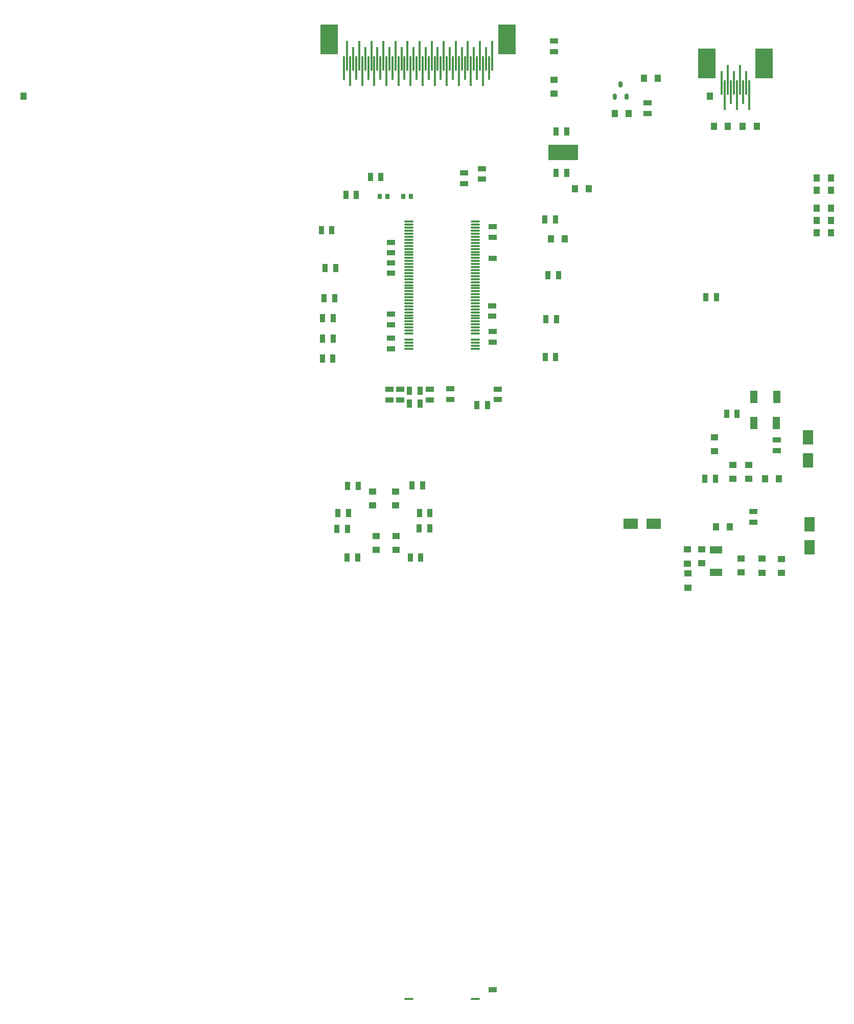
<source format=gbp>
%FSTAX24Y24*%
%MOMM*%
%SFA1B1*%

%IPPOS*%
%AMD34*
4,1,8,0.162560,0.500380,-0.162560,0.500380,-0.325120,0.337820,-0.325120,-0.337820,-0.162560,-0.500380,0.162560,-0.500380,0.325120,-0.337820,0.325120,0.337820,0.162560,0.500380,0.0*
1,1,0.326000,0.162560,0.337820*
1,1,0.326000,-0.162560,0.337820*
1,1,0.326000,-0.162560,-0.337820*
1,1,0.326000,0.162560,-0.337820*
%
%ADD10R,0.999998X1.299997*%
%ADD19R,0.299999X4.999990*%
%ADD20R,2.999994X4.999990*%
%ADD21R,0.299999X3.999992*%
%ADD27R,1.749997X2.399995*%
%ADD28R,0.849998X1.399997*%
%ADD29R,1.399997X0.849998*%
%ADD30R,1.299997X0.999998*%
G04~CAMADD=34~8~0.0~0.0~255.9~393.7~64.2~0.0~15~0.0~0.0~0.0~0.0~0~0.0~0.0~0.0~0.0~0~0.0~0.0~0.0~0.0~255.9~393.7*
%ADD34D34*%
%ADD61R,1.999996X1.249998*%
%ADD62O,1.599997X0.299999*%
%ADD63R,1.249998X1.999996*%
%ADD64R,2.399995X1.749997*%
%ADD65R,4.999990X2.499995*%
%ADD66R,0.799998X0.899998*%
%LN769bi_ltdc-1*%
%LPD*%
G54D10*
X1151999Y1645499D03*
X1174999D03*
X997499Y1379249D03*
X1020499D03*
X1338749Y1565999D03*
X1315749D03*
X1267999D03*
X1290999D03*
X1438499Y1429999D03*
X1461499D03*
X1438499Y1389999D03*
X1461499D03*
X1438499Y1409999D03*
X1461499D03*
Y1479999D03*
X1438499D03*
Y1459999D03*
X1461499D03*
X1293999Y902499D03*
X1270999D03*
X1375249Y982249D03*
X1352249D03*
X1126749Y1587249D03*
X1103749D03*
X1037249Y1462249D03*
X1060249D03*
X1261249Y1615499D03*
X123825D03*
G54D19*
X1325999Y1617499D03*
X1310999Y1642499D03*
X1305999Y1617499D03*
X1290999Y1642499D03*
X1285999Y1617499D03*
X700249Y1682249D03*
X740249D03*
X725249Y1657249D03*
X705249D03*
X685249D03*
X680249Y1682249D03*
X665249Y1657249D03*
X660249Y1682249D03*
X720249D03*
X760249D03*
X765249Y1657249D03*
X745249D03*
X780249Y1682249D03*
X785249Y1657249D03*
X805249D03*
X800249Y1682249D03*
X820249D03*
X825249Y1657249D03*
X840249Y1682249D03*
X845249Y1657249D03*
X860249Y1682249D03*
X865249Y1657249D03*
X880249Y1682249D03*
X885249Y1657249D03*
X900249Y1682249D03*
G54D20*
X1255999Y1669999D03*
X1350999D03*
X925249Y1709749D03*
X630249D03*
G54D21*
X1280999Y1637499D03*
X1320999D03*
X1315999Y1622499D03*
X1300999Y1637499D03*
X1295999Y1622499D03*
X895249Y1662249D03*
X890249Y1677249D03*
X875249Y1662249D03*
X870249Y1677249D03*
X855249Y1662249D03*
X850249Y1677249D03*
X835249Y1662249D03*
X830249Y1677249D03*
X810249D03*
X815249Y1662249D03*
X795249D03*
X775249D03*
X790249Y1677249D03*
X770249D03*
X750249D03*
X755249Y1662249D03*
X735249D03*
X73025Y1677249D03*
X715249Y1662249D03*
X710249Y1677249D03*
X690249D03*
X695249Y1662249D03*
X655249D03*
X670249Y1677249D03*
X675249Y1662249D03*
G54D27*
X1425999Y907249D03*
Y869249D03*
X1423999Y1050999D03*
Y1012999D03*
G54D28*
X678749Y970999D03*
X661249D03*
X636749Y1248249D03*
X619249D03*
X874999Y1104249D03*
X892499D03*
X1272249Y1283249D03*
X1254749D03*
X698749Y1481749D03*
X716249D03*
X657999Y1452249D03*
X675499D03*
X617499Y1393999D03*
X635D03*
X623499Y1331499D03*
X640999D03*
X619249Y1214749D03*
X636749D03*
X636499Y1181499D03*
X618999D03*
X1005749Y1183749D03*
X988249D03*
X1006999Y1246249D03*
X989499D03*
X1010249Y1319249D03*
X992749D03*
X1005249Y1411499D03*
X987749D03*
X1006249Y1488999D03*
X1023749D03*
X1006249Y1556999D03*
X1023749D03*
X1288749Y1089749D03*
X1306249D03*
X1252749Y982499D03*
X1270249D03*
X782249Y852499D03*
X764749D03*
X779749Y900249D03*
X797249D03*
X779999Y925499D03*
X797499D03*
X622249Y1281499D03*
X639749D03*
X780999Y1106999D03*
X763499D03*
X780999Y1128469D03*
X763499D03*
X644749Y925499D03*
X662249D03*
X643499Y899279D03*
X660999D03*
X677499Y852499D03*
X659999D03*
X767499Y971249D03*
X784999D03*
G54D29*
X732969Y1254929D03*
Y1237429D03*
X900719Y1251429D03*
Y1268929D03*
X732999Y1322499D03*
Y1339999D03*
X733219Y1373929D03*
Y1356429D03*
X732969Y1197679D03*
Y1215179D03*
X901309Y1399679D03*
Y1382179D03*
X901189Y136525D03*
Y1347749D03*
X901219Y1225929D03*
Y1208429D03*
X883499Y1478249D03*
Y1495749D03*
X853999Y1488749D03*
Y1471249D03*
X729999Y1130249D03*
Y1112749D03*
X748249D03*
Y1130249D03*
X797499Y1112749D03*
Y1130249D03*
X830999Y1113749D03*
Y1131249D03*
X1372249Y1046499D03*
Y1028999D03*
X1332999Y910499D03*
Y927999D03*
X1002749Y1689499D03*
Y1706999D03*
X1157499Y1604749D03*
Y1587249D03*
X909999Y1130999D03*
Y1113499D03*
G54D30*
X1312749Y827249D03*
Y850249D03*
X1325749Y982499D03*
Y1005499D03*
X1268999Y1027999D03*
Y1050999D03*
X1002749Y1619749D03*
Y1642749D03*
X1347249Y826999D03*
Y849999D03*
X1298999Y982499D03*
Y1005499D03*
X1379749Y849749D03*
Y826749D03*
X708499Y887499D03*
Y864499D03*
X740999D03*
Y887499D03*
X740249Y938249D03*
Y961249D03*
X702249D03*
Y938249D03*
X1224249Y842249D03*
Y865249D03*
X1247479Y842499D03*
Y865499D03*
X1224499Y8255D03*
Y802499D03*
G54D34*
X1113249Y1634999D03*
X1103749Y1614999D03*
X1122749D03*
G54D61*
X1270999Y827499D03*
Y864999D03*
G54D62*
X872469Y1407929D03*
Y1402929D03*
Y1397929D03*
Y1392929D03*
Y1387929D03*
Y1382929D03*
Y1377929D03*
Y1372929D03*
Y1367929D03*
Y1362929D03*
Y1357929D03*
Y1352929D03*
Y1347929D03*
Y1342929D03*
Y1337929D03*
Y1332929D03*
Y1327929D03*
Y1322929D03*
Y1317929D03*
Y1312929D03*
Y1307929D03*
Y1302929D03*
Y1297929D03*
Y1292929D03*
Y1287929D03*
Y1282929D03*
Y1277929D03*
Y1272929D03*
Y1267929D03*
Y1262929D03*
Y1257929D03*
Y1252929D03*
Y1247929D03*
Y1242929D03*
Y1237929D03*
Y1232929D03*
Y1227929D03*
Y1222929D03*
Y121793D03*
Y1212929D03*
Y1207929D03*
Y1202929D03*
Y1197929D03*
X762469Y1407929D03*
Y1402929D03*
Y1397929D03*
Y1392929D03*
Y1387929D03*
Y1382929D03*
Y1377929D03*
Y1372929D03*
Y1367929D03*
Y1362929D03*
Y1357929D03*
Y1352929D03*
Y1347929D03*
Y1342929D03*
Y1337929D03*
Y1332929D03*
Y1327929D03*
Y1322929D03*
Y1317929D03*
Y1312929D03*
Y1307929D03*
Y1302929D03*
Y1297929D03*
Y1292929D03*
Y1287929D03*
Y1282929D03*
Y1277929D03*
Y1272929D03*
Y1267929D03*
Y1262929D03*
Y1257929D03*
Y1252929D03*
Y1247929D03*
Y1242929D03*
Y1237929D03*
Y1232929D03*
Y1227929D03*
Y1222929D03*
Y121793D03*
Y1212929D03*
Y1207929D03*
Y1202929D03*
Y1197929D03*
G54D63*
X1371749Y1117749D03*
X1334249D03*
X1333999Y1074999D03*
X1371499D03*
G54D64*
X1129999Y907809D03*
X1167999D03*
G54D65*
X1018249Y1522749D03*
G54D66*
X765999Y1449999D03*
X752999D03*
X714249Y1449749D03*
X727249D03*
M02*
</source>
